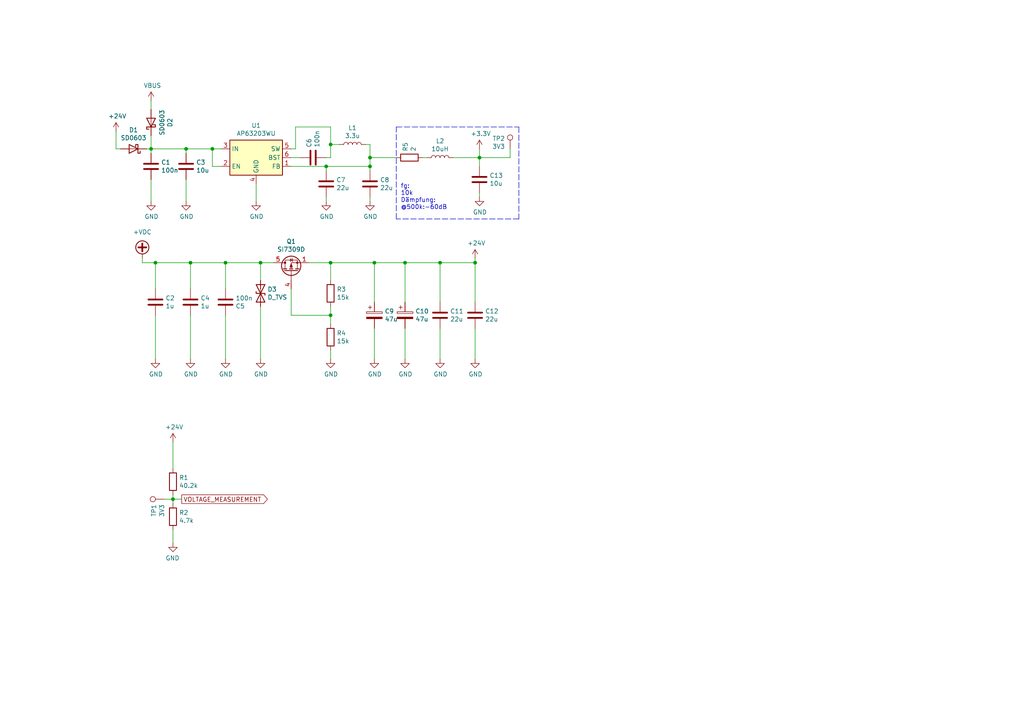
<source format=kicad_sch>
(kicad_sch (version 20211123) (generator eeschema)
  (paper "A4")
  (lib_symbols
    (symbol "Connector:TestPoint" (pin_numbers hide) (pin_names (offset 0.762) hide)
      (property "Reference" "TP" (at 0 6.858 0))
      (property "Value" "TestPoint" (at 0 5.08 0))
      (symbol "TestPoint_0_1"
        (circle (center 0 3.302) (radius 0.762))
      )
      (symbol "TestPoint_1_1"
        (pin passive line (at 0 0 90) (length 2.54) (name "1") (number "1"))
      )
    )
    (symbol "Device:C" (pin_numbers hide) (pin_names (offset 0.254))
      (property "Reference" "C" (at 0.635 2.54 0))
      (property "Value" "C" (at 0.635 -2.54 0))
      (symbol "C_0_1"
        (polyline (pts (xy -2.032 -0.762) (xy 2.032 -0.762)) (stroke (width 0.508)))
        (polyline (pts (xy -2.032 0.762) (xy 2.032 0.762)) (stroke (width 0.508)))
      )
      (symbol "C_1_1"
        (pin passive line (at 0 3.81 270) (length 2.794) (name "~") (number "1"))
        (pin passive line (at 0 -3.81 90) (length 2.794) (name "~") (number "2"))
      )
    )
    (symbol "Device:C_Polarized" (pin_numbers hide) (pin_names (offset 0.254))
      (property "Reference" "C" (at 0.635 2.54 0))
      (property "Value" "C_Polarized" (at 0.635 -2.54 0))
      (symbol "C_Polarized_0_1"
        (rectangle (start -2.286 0.508) (end 2.286 1.016))
        (polyline (pts (xy -1.778 2.286) (xy -0.762 2.286)))
        (polyline (pts (xy -1.27 2.794) (xy -1.27 1.778)))
        (rectangle (start 2.286 -0.508) (end -2.286 -1.016) (fill (type outline)))
      )
      (symbol "C_Polarized_1_1"
        (pin passive line (at 0 3.81 270) (length 2.794) (name "~") (number "1"))
        (pin passive line (at 0 -3.81 90) (length 2.794) (name "~") (number "2"))
      )
    )
    (symbol "Device:D_Schottky" (pin_numbers hide) (pin_names (offset 1.016) hide)
      (property "Reference" "D" (at 0 2.54 0))
      (property "Value" "D_Schottky" (at 0 -2.54 0))
      (symbol "D_Schottky_0_1"
        (polyline (pts (xy 1.27 0) (xy -1.27 0)))
        (polyline (pts (xy 1.27 1.27) (xy 1.27 -1.27) (xy -1.27 0) (xy 1.27 1.27)) (stroke (width 0.254)))
        (polyline (pts (xy -1.905 0.635) (xy -1.905 1.27) (xy -1.27 1.27) (xy -1.27 -1.27) (xy -0.635 -1.27) (xy -0.635 -0.635)) (stroke (width 0.254)))
      )
      (symbol "D_Schottky_1_1"
        (pin passive line (at -3.81 0 0) (length 2.54) (name "K") (number "1"))
        (pin passive line (at 3.81 0 180) (length 2.54) (name "A") (number "2"))
      )
    )
    (symbol "Device:D_TVS" (pin_numbers hide) (pin_names (offset 1.016) hide)
      (property "Reference" "D" (at 0 2.54 0))
      (property "Value" "D_TVS" (at 0 -2.54 0))
      (symbol "D_TVS_0_1"
        (polyline (pts (xy 1.27 0) (xy -1.27 0)))
        (polyline (pts (xy 0.508 1.27) (xy 0 1.27) (xy 0 -1.27) (xy -0.508 -1.27)) (stroke (width 0.254)))
        (polyline (pts (xy -2.54 1.27) (xy -2.54 -1.27) (xy 2.54 1.27) (xy 2.54 -1.27) (xy -2.54 1.27)) (stroke (width 0.254)))
      )
      (symbol "D_TVS_1_1"
        (pin passive line (at -3.81 0 0) (length 2.54) (name "A1") (number "1"))
        (pin passive line (at 3.81 0 180) (length 2.54) (name "A2") (number "2"))
      )
    )
    (symbol "Device:L" (pin_numbers hide) (pin_names (offset 1.016) hide)
      (property "Reference" "L" (at -1.27 0 90))
      (property "Value" "L" (at 1.905 0 90))
      (symbol "L_0_1"
        (arc (start 0 -2.54) (mid 0.635 -1.905) (end 0 -1.27))
        (arc (start 0 -1.27) (mid 0.635 -0.635) (end 0 0))
        (arc (start 0 0) (mid 0.635 0.635) (end 0 1.27))
        (arc (start 0 1.27) (mid 0.635 1.905) (end 0 2.54))
      )
      (symbol "L_1_1"
        (pin passive line (at 0 3.81 270) (length 1.27) (name "1") (number "1"))
        (pin passive line (at 0 -3.81 90) (length 1.27) (name "2") (number "2"))
      )
    )
    (symbol "Device:R" (pin_numbers hide) (pin_names (offset 0))
      (property "Reference" "R" (at 2.032 0 90))
      (property "Value" "R" (at 0 0 90))
      (symbol "R_0_1"
        (rectangle (start -1.016 -2.54) (end 1.016 2.54) (stroke (width 0.254)))
      )
      (symbol "R_1_1"
        (pin passive line (at 0 3.81 270) (length 1.27) (name "~") (number "1"))
        (pin passive line (at 0 -3.81 90) (length 1.27) (name "~") (number "2"))
      )
    )
    (symbol "Regulator_Switching:AP63203WU"
      (property "Reference" "U" (at -7.62 6.35 0))
      (property "Value" "AP63203WU" (at 2.54 6.35 0))
      (symbol "AP63203WU_0_1"
        (rectangle (start -7.62 5.08) (end 7.62 -5.08) (stroke (width 0.254)) (fill (type background)))
      )
      (symbol "AP63203WU_1_1"
        (pin input line (at 10.16 -2.54 180) (length 2.54) (name "FB") (number "1"))
        (pin input line (at -10.16 -2.54 0) (length 2.54) (name "EN") (number "2"))
        (pin power_in line (at -10.16 2.54 0) (length 2.54) (name "IN") (number "3"))
        (pin power_in line (at 0 -7.62 90) (length 2.54) (name "GND") (number "4"))
        (pin output line (at 10.16 2.54 180) (length 2.54) (name "SW") (number "5"))
        (pin passive line (at 10.16 0 180) (length 2.54) (name "BST") (number "6"))
      )
    )
    (symbol "Transistor_FET:SiS415DNT" (pin_names hide)
      (property "Reference" "Q" (at 5.08 1.905 0))
      (property "Value" "SiS415DNT" (at 5.08 0 0))
      (symbol "SiS415DNT_0_1"
        (polyline (pts (xy 0.254 0) (xy -2.54 0)))
        (polyline (pts (xy 0.254 1.905) (xy 0.254 -1.905)) (stroke (width 0.254)))
        (polyline (pts (xy 0.762 -1.27) (xy 0.762 -2.286)) (stroke (width 0.254)))
        (polyline (pts (xy 0.762 0.508) (xy 0.762 -0.508)) (stroke (width 0.254)))
        (polyline (pts (xy 0.762 2.286) (xy 0.762 1.27)) (stroke (width 0.254)))
        (polyline (pts (xy 2.54 2.54) (xy 2.54 1.778)))
        (polyline (pts (xy 2.54 -2.54) (xy 2.54 0) (xy 0.762 0)))
        (polyline (pts (xy 0.762 1.778) (xy 3.302 1.778) (xy 3.302 -1.778) (xy 0.762 -1.778)))
        (polyline (pts (xy 2.286 0) (xy 1.27 0.381) (xy 1.27 -0.381) (xy 2.286 0)) (fill (type outline)))
        (polyline (pts (xy 2.794 -0.508) (xy 2.921 -0.381) (xy 3.683 -0.381) (xy 3.81 -0.254)))
        (polyline (pts (xy 3.302 -0.381) (xy 2.921 0.254) (xy 3.683 0.254) (xy 3.302 -0.381)))
        (circle (center 1.651 0) (radius 2.794) (stroke (width 0.254)))
        (circle (center 2.54 -1.778) (radius 0.254) (fill (type outline)))
        (circle (center 2.54 1.778) (radius 0.254) (fill (type outline)))
      )
      (symbol "SiS415DNT_1_1"
        (pin passive line (at 2.54 -5.08 90) (length 2.54) (name "S") (number "1"))
        (pin passive line (at 2.54 -5.08 90) (length 2.54) hide (name "S") (number "2"))
        (pin passive line (at 2.54 -5.08 90) (length 2.54) hide (name "S") (number "3"))
        (pin passive line (at -5.08 0 0) (length 2.54) (name "G") (number "4"))
        (pin passive line (at 2.54 5.08 270) (length 2.54) (name "D") (number "5"))
      )
    )
    (symbol "power:+24V" (power) (pin_names (offset 0))
      (property "Value" "+24V" (at 0 3.556 0))
      (symbol "+24V_0_1"
        (polyline (pts (xy -0.762 1.27) (xy 0 2.54)))
        (polyline (pts (xy 0 0) (xy 0 2.54)))
        (polyline (pts (xy 0 2.54) (xy 0.762 1.27)))
      )
      (symbol "+24V_1_1"
        (pin power_in line (at 0 0 90) (length 0) hide (name "+24V") (number "1"))
      )
    )
    (symbol "power:+3.3V" (power) (pin_names (offset 0))
      (property "Value" "+3.3V" (at 0 3.556 0))
      (symbol "+3.3V_0_1"
        (polyline (pts (xy -0.762 1.27) (xy 0 2.54)))
        (polyline (pts (xy 0 0) (xy 0 2.54)))
        (polyline (pts (xy 0 2.54) (xy 0.762 1.27)))
      )
      (symbol "+3.3V_1_1"
        (pin power_in line (at 0 0 90) (length 0) hide (name "+3.3V") (number "1"))
      )
    )
    (symbol "power:+VDC" (power) (pin_names (offset 0))
      (property "Value" "+VDC" (at 0 6.35 0))
      (symbol "+VDC_0_1"
        (polyline (pts (xy -1.143 3.175) (xy 1.143 3.175)) (stroke (width 0.508)))
        (polyline (pts (xy 0 0) (xy 0 1.27)))
        (polyline (pts (xy 0 2.032) (xy 0 4.318)) (stroke (width 0.508)))
        (circle (center 0 3.175) (radius 1.905) (stroke (width 0.254)))
      )
      (symbol "+VDC_1_1"
        (pin power_in line (at 0 0 90) (length 0) hide (name "+VDC") (number "1"))
      )
    )
    (symbol "power:GND" (power) (pin_names (offset 0))
      (property "Value" "GND" (at 0 -3.81 0))
      (symbol "GND_0_1"
        (polyline (pts (xy 0 0) (xy 0 -1.27) (xy 1.27 -1.27) (xy 0 -2.54) (xy -1.27 -1.27) (xy 0 -1.27)))
      )
      (symbol "GND_1_1"
        (pin power_in line (at 0 0 270) (length 0) hide (name "GND") (number "1"))
      )
    )
    (symbol "power:VBUS" (power) (pin_names (offset 0))
      (property "Value" "VBUS" (at 0 3.81 0))
      (symbol "VBUS_0_1"
        (polyline (pts (xy -0.762 1.27) (xy 0 2.54)))
        (polyline (pts (xy 0 0) (xy 0 2.54)))
        (polyline (pts (xy 0 2.54) (xy 0.762 1.27)))
      )
      (symbol "VBUS_1_1"
        (pin power_in line (at 0 0 90) (length 0) hide (name "VBUS") (number "1"))
      )
    )
  )
  (junction (at 127.635 76.2))
  (junction (at 65.405 76.2))
  (junction (at 75.565 76.2))
  (junction (at 107.315 48.26))
  (junction (at 61.595 43.18))
  (junction (at 107.315 45.72))
  (junction (at 95.885 41.91))
  (junction (at 50.165 144.78))
  (junction (at 137.795 76.2))
  (junction (at 53.975 43.18))
  (junction (at 55.245 76.2))
  (junction (at 95.885 76.2))
  (junction (at 43.815 43.18))
  (junction (at 108.585 76.2))
  (junction (at 94.615 48.26))
  (junction (at 45.085 76.2))
  (junction (at 139.065 45.72))
  (junction (at 95.885 91.44))
  (junction (at 117.475 76.2))
  (wire (pts (xy 139.065 48.26) (xy 139.065 45.72)))
  (wire (pts (xy 75.565 104.14) (xy 75.565 88.9)))
  (wire (pts (xy 95.885 76.2) (xy 95.885 81.28)))
  (wire (pts (xy 55.245 104.14) (xy 55.245 91.44)))
  (wire (pts (xy 86.995 45.72) (xy 84.455 45.72)))
  (wire (pts (xy 139.065 57.15) (xy 139.065 55.88)))
  (wire (pts (xy 45.085 76.2) (xy 55.245 76.2)))
  (wire (pts (xy 43.815 43.18) (xy 53.975 43.18)))
  (wire (pts (xy 61.595 43.18) (xy 64.135 43.18)))
  (wire (pts (xy 45.085 76.2) (xy 45.085 83.82)))
  (wire (pts (xy 75.565 76.2) (xy 79.375 76.2)))
  (wire (pts (xy 65.405 76.2) (xy 65.405 83.82)))
  (wire (pts (xy 42.545 43.18) (xy 43.815 43.18)))
  (wire (pts (xy 84.455 48.26) (xy 94.615 48.26)))
  (wire (pts (xy 45.085 104.14) (xy 45.085 91.44)))
  (wire (pts (xy 43.815 39.37) (xy 43.815 43.18)))
  (wire (pts (xy 41.275 74.93) (xy 41.275 76.2)))
  (wire (pts (xy 41.275 76.2) (xy 45.085 76.2)))
  (wire (pts (xy 117.475 76.2) (xy 127.635 76.2)))
  (wire (pts (xy 89.535 76.2) (xy 95.885 76.2)))
  (wire (pts (xy 53.975 43.18) (xy 61.595 43.18)))
  (wire (pts (xy 107.315 45.72) (xy 114.935 45.72)))
  (wire (pts (xy 94.615 45.72) (xy 95.885 45.72)))
  (wire (pts (xy 137.795 76.2) (xy 137.795 87.63)))
  (wire (pts (xy 127.635 76.2) (xy 137.795 76.2)))
  (polyline (pts (xy 114.935 36.83) (xy 150.495 36.83)))
  (wire (pts (xy 95.885 104.14) (xy 95.885 101.6)))
  (wire (pts (xy 95.885 41.91) (xy 95.885 45.72)))
  (wire (pts (xy 117.475 87.63) (xy 117.475 76.2)))
  (wire (pts (xy 33.655 38.1) (xy 33.655 43.18)))
  (wire (pts (xy 137.795 104.14) (xy 137.795 95.25)))
  (wire (pts (xy 43.815 29.21) (xy 43.815 31.75)))
  (wire (pts (xy 131.445 45.72) (xy 139.065 45.72)))
  (wire (pts (xy 98.425 41.91) (xy 95.885 41.91)))
  (wire (pts (xy 50.165 144.78) (xy 50.165 143.51)))
  (wire (pts (xy 65.405 76.2) (xy 75.565 76.2)))
  (wire (pts (xy 108.585 104.14) (xy 108.585 95.25)))
  (wire (pts (xy 107.315 49.53) (xy 107.315 48.26)))
  (polyline (pts (xy 150.495 36.83) (xy 150.495 63.5)))
  (wire (pts (xy 147.955 45.72) (xy 147.955 43.18)))
  (wire (pts (xy 53.975 44.45) (xy 53.975 43.18)))
  (wire (pts (xy 85.725 43.18) (xy 85.725 36.83)))
  (wire (pts (xy 127.635 104.14) (xy 127.635 95.25)))
  (wire (pts (xy 85.725 36.83) (xy 95.885 36.83)))
  (wire (pts (xy 107.315 58.42) (xy 107.315 57.15)))
  (wire (pts (xy 47.625 144.78) (xy 50.165 144.78)))
  (wire (pts (xy 50.165 157.48) (xy 50.165 153.67)))
  (wire (pts (xy 122.555 45.72) (xy 123.825 45.72)))
  (wire (pts (xy 50.165 144.78) (xy 52.705 144.78)))
  (wire (pts (xy 108.585 87.63) (xy 108.585 76.2)))
  (wire (pts (xy 95.885 88.9) (xy 95.885 91.44)))
  (wire (pts (xy 74.295 58.42) (xy 74.295 53.34)))
  (wire (pts (xy 95.885 76.2) (xy 108.585 76.2)))
  (wire (pts (xy 84.455 43.18) (xy 85.725 43.18)))
  (polyline (pts (xy 150.495 63.5) (xy 114.935 63.5)))
  (wire (pts (xy 55.245 76.2) (xy 65.405 76.2)))
  (wire (pts (xy 65.405 104.14) (xy 65.405 91.44)))
  (wire (pts (xy 137.795 76.2) (xy 137.795 74.93)))
  (wire (pts (xy 33.655 43.18) (xy 34.925 43.18)))
  (wire (pts (xy 43.815 58.42) (xy 43.815 52.07)))
  (wire (pts (xy 94.615 48.26) (xy 107.315 48.26)))
  (wire (pts (xy 139.065 45.72) (xy 147.955 45.72)))
  (wire (pts (xy 95.885 91.44) (xy 95.885 93.98)))
  (wire (pts (xy 53.975 58.42) (xy 53.975 52.07)))
  (wire (pts (xy 61.595 48.26) (xy 61.595 43.18)))
  (wire (pts (xy 75.565 76.2) (xy 75.565 81.28)))
  (wire (pts (xy 94.615 49.53) (xy 94.615 48.26)))
  (wire (pts (xy 108.585 76.2) (xy 117.475 76.2)))
  (wire (pts (xy 50.165 146.05) (xy 50.165 144.78)))
  (wire (pts (xy 43.815 43.18) (xy 43.815 44.45)))
  (wire (pts (xy 95.885 41.91) (xy 95.885 36.83)))
  (wire (pts (xy 107.315 41.91) (xy 107.315 45.72)))
  (wire (pts (xy 84.455 83.82) (xy 84.455 91.44)))
  (wire (pts (xy 84.455 91.44) (xy 95.885 91.44)))
  (wire (pts (xy 107.315 45.72) (xy 107.315 48.26)))
  (wire (pts (xy 55.245 83.82) (xy 55.245 76.2)))
  (wire (pts (xy 127.635 76.2) (xy 127.635 87.63)))
  (wire (pts (xy 50.165 128.27) (xy 50.165 135.89)))
  (wire (pts (xy 94.615 58.42) (xy 94.615 57.15)))
  (polyline (pts (xy 114.935 63.5) (xy 114.935 36.83)))
  (wire (pts (xy 106.045 41.91) (xy 107.315 41.91)))
  (wire (pts (xy 117.475 104.14) (xy 117.475 95.25)))
  (wire (pts (xy 64.135 48.26) (xy 61.595 48.26)))
  (wire (pts (xy 139.065 43.18) (xy 139.065 45.72)))
  (text "fg:\n10k\nDämpfung:\n@500k:-60dB" (at 116.205 60.96 0) (effects (font (size 1.27 1.27)) (justify left bottom)))
  (global_label "VOLTAGE_MEASUREMENT" (shape output) (at 52.705 144.78 0) (property "Intersheet References" "${INTERSHEET_REFS}" (effects hide)))
  (symbol (lib_id "Transistor_FET:SiS415DNT") (at 84.455 78.74 90) (unit 1)
    (property "Reference" "Q1" (at 84.455 70.0278 90))
    (property "Value" "SI7309D" (at 84.455 72.3392 90))
    (property "Footprint" "Package_SO:Vishay_PowerPAK_1212-8_Single" (effects hide))
    (property "Datasheet" "https://www.mouser.ch/datasheet/2/427/73434-1766021.pdf" (effects hide))
    (property "Hersteller Nr." "SI7309DN-T1-E3" (effects hide))
    (property "Mouser Nr." "781-SI7309DN-T1-E3" (effects hide))
  )
  (symbol (lib_id "power:GND") (at 127.635 104.14 0) (unit 1)
    (property "Reference" "#PWR0110" (effects hide))
    (property "Value" "GND" (at 127.762 108.5342 0))
  )
  (symbol (lib_id "power:+24V") (at 137.795 74.93 0) (unit 1)
    (property "Reference" "#PWR0108" (effects hide))
    (property "Value" "+24V" (at 138.176 70.5358 0))
  )
  (symbol (lib_id "Device:R") (at 95.885 85.09 0) (unit 1)
    (property "Reference" "R3" (at 97.663 83.9216 0) (effects (justify left)))
    (property "Value" "15k" (at 97.663 86.233 0) (effects (justify left)))
    (property "Footprint" "Resistor_SMD:R_0603_1608Metric" (effects hide))
    (property "Datasheet" "https://www.mouser.ch/datasheet/2/315/AOA0000C304-1149620.pdf" (effects hide))
    (property "Hersteller Nr." "ERJ-3EKF1502V " (effects hide))
    (property "Mouser Nr." "667-ERJ-3EKF1502V " (effects hide))
  )
  (symbol (lib_id "power:GND") (at 108.585 104.14 0) (unit 1)
    (property "Reference" "#PWR0113" (effects hide))
    (property "Value" "GND" (at 108.712 108.5342 0))
  )
  (symbol (lib_id "Device:D_Schottky") (at 38.735 43.18 180) (unit 1)
    (property "Reference" "D1" (at 38.735 37.6936 0))
    (property "Value" "SD0603" (at 38.735 40.005 0))
    (property "Footprint" "Diode_SMD:D_0603_1608Metric" (effects hide))
    (property "Datasheet" "https://www.mouser.ch/datasheet/2/40/schottky-776407.pdf" (effects hide))
    (property "Hersteller Nr." "SD0603S040S0R2" (effects hide))
    (property "Mouser Nr." "581-SD0603S040S0R2 " (effects hide))
  )
  (symbol (lib_id "power:GND") (at 75.565 104.14 0) (unit 1)
    (property "Reference" "#PWR0103" (effects hide))
    (property "Value" "GND" (at 75.692 108.5342 0))
  )
  (symbol (lib_id "Device:C") (at 137.795 91.44 180) (unit 1)
    (property "Reference" "C12" (at 140.716 90.2716 0) (effects (justify right)))
    (property "Value" "22u" (at 140.716 92.583 0) (effects (justify right)))
    (property "Footprint" "Capacitor_SMD:C_0805_2012Metric" (effects hide))
  )
  (symbol (lib_id "Connector:TestPoint") (at 47.625 144.78 90) (mirror x) (unit 1)
    (property "Reference" "TP1" (at 44.6278 146.2532 0) (effects (justify left)))
    (property "Value" "3V3" (at 46.9392 146.2532 0) (effects (justify left)))
    (property "Footprint" "TestPoint:TestPoint_Pad_D1.0mm" (effects hide))
  )
  (symbol (lib_id "Device:C") (at 107.315 53.34 180) (unit 1)
    (property "Reference" "C8" (at 110.236 52.1716 0) (effects (justify right)))
    (property "Value" "22u" (at 110.236 54.483 0) (effects (justify right)))
    (property "Footprint" "Capacitor_SMD:C_0603_1608Metric" (effects hide))
  )
  (symbol (lib_id "power:VBUS") (at 43.815 29.21 0) (unit 1)
    (property "Reference" "#PWR0118" (effects hide))
    (property "Value" "VBUS" (at 44.196 24.8158 0))
  )
  (symbol (lib_id "Connector:TestPoint") (at 147.955 43.18 0) (mirror y) (unit 1)
    (property "Reference" "TP2" (at 146.4818 40.1828 0) (effects (justify left)))
    (property "Value" "3V3" (at 146.4818 42.4942 0) (effects (justify left)))
    (property "Footprint" "TestPoint:TestPoint_Pad_D1.0mm" (effects hide))
  )
  (symbol (lib_id "Device:C") (at 139.065 52.07 180) (unit 1)
    (property "Reference" "C13" (at 141.986 50.9016 0) (effects (justify right)))
    (property "Value" "10u" (at 141.986 53.213 0) (effects (justify right)))
    (property "Footprint" "Capacitor_SMD:C_0603_1608Metric" (effects hide))
    (property "Datasheet" "https://www.mouser.ch/datasheet/2/585/MLCC-1837944.pdf" (effects hide))
    (property "Hersteller Nr." "CL10X106MO8NRNC" (effects hide))
    (property "Mouser Nr." "187-CL10X106MO8NRNC" (effects hide))
  )
  (symbol (lib_id "Device:R") (at 95.885 97.79 0) (unit 1)
    (property "Reference" "R4" (at 97.663 96.6216 0) (effects (justify left)))
    (property "Value" "15k" (at 97.663 98.933 0) (effects (justify left)))
    (property "Footprint" "Resistor_SMD:R_0603_1608Metric" (effects hide))
    (property "Datasheet" "https://www.mouser.ch/datasheet/2/315/AOA0000C304-1149620.pdf" (effects hide))
    (property "Hersteller Nr." "ERJ-3EKF1502V " (effects hide))
    (property "Mouser Nr." "667-ERJ-3EKF1502V " (effects hide))
  )
  (symbol (lib_id "Device:D_Schottky") (at 43.815 35.56 90) (unit 1)
    (property "Reference" "D2" (at 49.3014 35.56 0))
    (property "Value" "SD0603" (at 46.99 35.56 0))
    (property "Footprint" "Diode_SMD:D_0603_1608Metric" (effects hide))
    (property "Datasheet" "https://www.mouser.ch/datasheet/2/40/schottky-776407.pdf" (effects hide))
    (property "Hersteller Nr." "SD0603S040S0R2" (effects hide))
    (property "Mouser Nr." "581-SD0603S040S0R2 " (effects hide))
  )
  (symbol (lib_id "Device:R") (at 50.165 139.7 0) (unit 1)
    (property "Reference" "R1" (at 51.943 138.5316 0) (effects (justify left)))
    (property "Value" "40.2k" (at 51.943 140.843 0) (effects (justify left)))
    (property "Footprint" "Resistor_SMD:R_0603_1608Metric" (effects hide))
    (property "Datasheet" "https://www.mouser.ch/datasheet/2/392/susumu_RR_Data_Sheet-1206438.pdf" (effects hide))
    (property "Hersteller Nr." "RR0816P-4022-D-59C" (effects hide))
    (property "Mouser Nr." "754-RR0816P-4022D59C" (effects hide))
  )
  (symbol (lib_id "Device:L") (at 127.635 45.72 90) (unit 1)
    (property "Reference" "L2" (at 127.635 40.894 90))
    (property "Value" "10uH" (at 127.635 43.2054 90))
    (property "Footprint" "Inductor_SMD:L_0603_1608Metric" (effects hide))
    (property "Datasheet" "https://www.mouser.ch/datasheet/2/281/LQM18DH100M70_23-1948371.pdf" (effects hide))
    (property "Hersteller Nr." "LQM18DH100M70L" (effects hide))
    (property "Mouser Nr." "81-LQM18DH100M70L" (effects hide))
  )
  (symbol (lib_id "power:GND") (at 74.295 58.42 0) (unit 1)
    (property "Reference" "#PWR0114" (effects hide))
    (property "Value" "GND" (at 74.422 62.8142 0))
  )
  (symbol (lib_id "power:GND") (at 45.085 104.14 0) (unit 1)
    (property "Reference" "#PWR0101" (effects hide))
    (property "Value" "GND" (at 45.212 108.5342 0))
  )
  (symbol (lib_id "power:GND") (at 55.245 104.14 0) (unit 1)
    (property "Reference" "#PWR0102" (effects hide))
    (property "Value" "GND" (at 55.372 108.5342 0))
  )
  (symbol (lib_id "Device:L") (at 102.235 41.91 90) (unit 1)
    (property "Reference" "L1" (at 102.235 37.084 90))
    (property "Value" "3.3u" (at 102.235 39.3954 90))
    (property "Footprint" "Inductor_SMD:L_0805_2012Metric" (effects hide))
    (property "Hersteller Nr." "IMC0805ER3R3J01" (effects hide))
  )
  (symbol (lib_id "power:+24V") (at 50.165 128.27 0) (unit 1)
    (property "Reference" "#PWR0106" (effects hide))
    (property "Value" "+24V" (at 50.546 123.8758 0))
  )
  (symbol (lib_id "Device:C") (at 55.245 87.63 180) (unit 1)
    (property "Reference" "C4" (at 58.166 86.4616 0) (effects (justify right)))
    (property "Value" "1u" (at 58.166 88.773 0) (effects (justify right)))
    (property "Footprint" "Capacitor_SMD:C_0603_1608Metric" (effects hide))
    (property "Datasheet" "https://www.mouser.ch/datasheet/2/585/MLCC-1837944.pdf" (effects hide))
    (property "Hersteller Nr." "CL10X106MO8NRNC" (effects hide))
    (property "Mouser Nr." "187-CL10X106MO8NRNC" (effects hide))
  )
  (symbol (lib_id "Device:C") (at 90.805 45.72 270) (unit 1)
    (property "Reference" "C6" (at 89.6366 42.799 0) (effects (justify right)))
    (property "Value" "100n" (at 91.948 42.799 0) (effects (justify right)))
    (property "Footprint" "Capacitor_SMD:C_0603_1608Metric" (effects hide))
    (property "Hersteller Nr." "CL10B104KB8NNWC" (effects hide))
    (property "Mouser Nr." "187-CL10B104KB8NNWC" (effects hide))
  )
  (symbol (lib_id "Device:R") (at 50.165 149.86 0) (unit 1)
    (property "Reference" "R2" (at 51.943 148.6916 0) (effects (justify left)))
    (property "Value" "4.7k" (at 51.943 151.003 0) (effects (justify left)))
    (property "Footprint" "Resistor_SMD:R_0603_1608Metric" (effects hide))
    (property "Datasheet" "https://www.mouser.ch/datasheet/2/392/susumu_RR_Data_Sheet-1206438.pdf" (effects hide))
    (property "Hersteller Nr." "RR0816P-472D" (effects hide))
    (property "Mouser Nr." "754-RR0816P-472D" (effects hide))
  )
  (symbol (lib_id "power:GND") (at 65.405 104.14 0) (unit 1)
    (property "Reference" "#PWR0104" (effects hide))
    (property "Value" "GND" (at 65.532 108.5342 0))
  )
  (symbol (lib_id "Device:D_TVS") (at 75.565 85.09 270) (unit 1)
    (property "Reference" "D3" (at 77.5716 83.9216 90) (effects (justify left)))
    (property "Value" "D_TVS" (at 77.5716 86.233 90) (effects (justify left)))
    (property "Footprint" "Diode_SMD:D_0603_1608Metric" (effects hide))
    (property "Datasheet" "https://www.mouser.ch/datasheet/2/258/MLESD24B-0603-1626615.pdf" (effects hide))
    (property "Hersteller Nr." "MLESD24B-0603-TP" (effects hide))
    (property "Mouser Nr." "833-MLESD24B-0603-TP" (effects hide))
  )
  (symbol (lib_id "power:GND") (at 53.975 58.42 0) (unit 1)
    (property "Reference" "#PWR0116" (effects hide))
    (property "Value" "GND" (at 54.102 62.8142 0))
  )
  (symbol (lib_id "power:GND") (at 139.065 57.15 0) (unit 1)
    (property "Reference" "#PWR0121" (effects hide))
    (property "Value" "GND" (at 139.192 61.5442 0))
  )
  (symbol (lib_id "power:GND") (at 94.615 58.42 0) (unit 1)
    (property "Reference" "#PWR0107" (effects hide))
    (property "Value" "GND" (at 94.742 62.8142 0))
  )
  (symbol (lib_id "power:+VDC") (at 41.275 74.93 0) (unit 1)
    (property "Reference" "#PWR0203" (effects hide))
    (property "Value" "+VDC" (at 41.275 67.31 0))
  )
  (symbol (lib_id "Device:C") (at 94.615 53.34 180) (unit 1)
    (property "Reference" "C7" (at 97.536 52.1716 0) (effects (justify right)))
    (property "Value" "22u" (at 97.536 54.483 0) (effects (justify right)))
    (property "Footprint" "Capacitor_SMD:C_0603_1608Metric" (effects hide))
  )
  (symbol (lib_id "power:GND") (at 107.315 58.42 0) (unit 1)
    (property "Reference" "#PWR0119" (effects hide))
    (property "Value" "GND" (at 107.442 62.8142 0))
  )
  (symbol (lib_id "Device:C") (at 53.975 48.26 0) (unit 1)
    (property "Reference" "C3" (at 56.896 47.0916 0) (effects (justify left)))
    (property "Value" "10u" (at 56.896 49.403 0) (effects (justify left)))
    (property "Footprint" "Capacitor_SMD:C_0603_1608Metric" (effects hide))
  )
  (symbol (lib_id "Device:C") (at 127.635 91.44 180) (unit 1)
    (property "Reference" "C11" (at 130.556 90.2716 0) (effects (justify right)))
    (property "Value" "22u" (at 130.556 92.583 0) (effects (justify right)))
    (property "Footprint" "Capacitor_SMD:C_0805_2012Metric" (effects hide))
  )
  (symbol (lib_id "power:GND") (at 117.475 104.14 0) (unit 1)
    (property "Reference" "#PWR0112" (effects hide))
    (property "Value" "GND" (at 117.602 108.5342 0))
  )
  (symbol (lib_id "Device:C_Polarized") (at 108.585 91.44 0) (unit 1)
    (property "Reference" "C9" (at 111.5822 90.2716 0) (effects (justify left)))
    (property "Value" "47u" (at 111.5822 92.583 0) (effects (justify left)))
    (property "Footprint" "Capacitor_SMD:CP_Elec_5x5.8" (effects hide))
    (property "Hersteller Nr." "EEE-FT1V470AR" (effects hide))
    (property "Mouser Nr." "667-EEE-FT1V470AR" (effects hide))
  )
  (symbol (lib_id "power:GND") (at 137.795 104.14 0) (unit 1)
    (property "Reference" "#PWR0111" (effects hide))
    (property "Value" "GND" (at 137.922 108.5342 0))
  )
  (symbol (lib_id "Device:C_Polarized") (at 117.475 91.44 0) (unit 1)
    (property "Reference" "C10" (at 120.4722 90.2716 0) (effects (justify left)))
    (property "Value" "47u" (at 120.4722 92.583 0) (effects (justify left)))
    (property "Footprint" "Capacitor_SMD:CP_Elec_5x5.8" (effects hide))
    (property "Hersteller Nr." "EEE-FT1V470AR" (effects hide))
    (property "Mouser Nr." "667-EEE-FT1V470AR" (effects hide))
  )
  (symbol (lib_id "power:+24V") (at 33.655 38.1 0) (unit 1)
    (property "Reference" "#PWR0115" (effects hide))
    (property "Value" "+24V" (at 34.036 33.7058 0))
  )
  (symbol (lib_id "power:GND") (at 95.885 104.14 0) (unit 1)
    (property "Reference" "#PWR0109" (effects hide))
    (property "Value" "GND" (at 96.012 108.5342 0))
  )
  (symbol (lib_id "Device:C") (at 43.815 48.26 0) (unit 1)
    (property "Reference" "C1" (at 46.736 47.0916 0) (effects (justify left)))
    (property "Value" "100n" (at 46.736 49.403 0) (effects (justify left)))
    (property "Footprint" "Capacitor_SMD:C_0603_1608Metric" (effects hide))
    (property "Hersteller Nr." "CL10B104KB8NNWC" (effects hide))
    (property "Mouser Nr." "187-CL10B104KB8NNWC" (effects hide))
  )
  (symbol (lib_id "Device:C") (at 45.085 87.63 180) (unit 1)
    (property "Reference" "C2" (at 48.006 86.4616 0) (effects (justify right)))
    (property "Value" "1u" (at 48.006 88.773 0) (effects (justify right)))
    (property "Footprint" "Capacitor_SMD:C_0603_1608Metric" (effects hide))
  )
  (symbol (lib_id "power:GND") (at 50.165 157.48 0) (mirror y) (unit 1)
    (property "Reference" "#PWR0105" (effects hide))
    (property "Value" "GND" (at 50.038 161.8742 0))
  )
  (symbol (lib_id "power:+3.3V") (at 139.065 43.18 0) (unit 1)
    (property "Reference" "#PWR0120" (effects hide))
    (property "Value" "+3.3V" (at 139.446 38.7858 0))
  )
  (symbol (lib_id "Device:R") (at 118.745 45.72 90) (unit 1)
    (property "Reference" "R5" (at 117.5766 43.942 0) (effects (justify left)))
    (property "Value" "2" (at 119.888 43.942 0) (effects (justify left)))
    (property "Footprint" "Resistor_SMD:R_0603_1608Metric" (effects hide))
    (property "Datasheet" "https://www.mouser.ch/datasheet/2/54/crxxxxx-1858361.pdf" (effects hide))
    (property "Hersteller Nr." "CR0603-J/-2R0ELF" (effects hide))
    (property "Mouser Nr." "652-CR0603-J/-2R0ELF" (effects hide))
  )
  (symbol (lib_id "Regulator_Switching:AP63203WU") (at 74.295 45.72 0) (unit 1)
    (property "Reference" "U1" (at 74.295 36.3982 0))
    (property "Value" "AP63203WU" (at 74.295 38.7096 0))
    (property "Footprint" "Package_TO_SOT_SMD:TSOT-23-6" (effects hide))
    (property "Datasheet" "https://www.diodes.com/assets/Datasheets/AP63200-AP63201-AP63203-AP63205.pdf" (effects hide))
  )
  (symbol (lib_id "Device:C") (at 65.405 87.63 0) (mirror y) (unit 1)
    (property "Reference" "C5" (at 68.326 88.7984 0) (effects (justify right)))
    (property "Value" "100n" (at 68.326 86.487 0) (effects (justify right)))
    (property "Footprint" "Capacitor_SMD:C_0603_1608Metric" (effects hide))
    (property "Datasheet" "https://www.mouser.ch/datasheet/2/445/885382206004-1728027.pdf" (effects hide))
    (property "Hersteller Nr." "CL10B104KB8NNWC" (effects hide))
    (property "Mouser Nr." "187-CL10B104KB8NNWC" (effects hide))
  )
  (symbol (lib_id "power:GND") (at 43.815 58.42 0) (unit 1)
    (property "Reference" "#PWR0117" (effects hide))
    (property "Value" "GND" (at 43.942 62.8142 0))
  )
)
</source>
